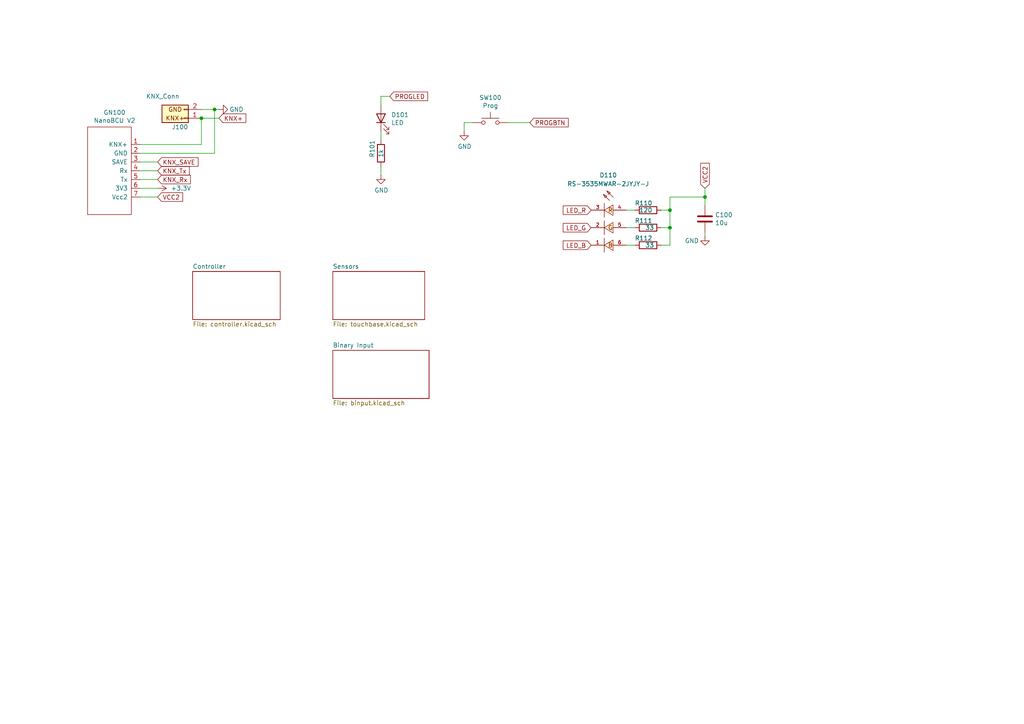
<source format=kicad_sch>
(kicad_sch (version 20231120) (generator "eeschema") (generator_version "8.0")
  (paper "A4")
  (title_block (title "UP1-PM-HF") (date "2025-02-05") (rev "V00.10") (company "OpenKNX") (comment 1 "by Ing-Dom <dom@ing-dom.de>") (comment 2 "OpenKNX Open Hardware under CC BY-NC-SA 4.0") (comment 3 "UP1-Präsenzmelder+") (comment 4 "http://device.OpenKNX.de/UP1-PM-HF"))
  (lib_symbols
    (symbol "Device:C" (pin_numbers hide) (pin_names (offset 0.254))
      (property "Reference" "C" (at 0.635 2.54 0))
      (property "Value" "C" (at 0.635 -2.54 0))
      (symbol "C_0_1"
        (polyline (pts (xy -2.032 -0.762) (xy 2.032 -0.762)) (stroke (width 0.508)))
        (polyline (pts (xy -2.032 0.762) (xy 2.032 0.762)) (stroke (width 0.508)))
      )
      (symbol "C_1_1"
        (pin passive line (at 0 3.81 270) (length 2.794) (name "~") (number "1"))
        (pin passive line (at 0 -3.81 90) (length 2.794) (name "~") (number "2"))
      )
    )
    (symbol "Device:LED" (pin_numbers hide) (pin_names (offset 1.016) hide)
      (property "Reference" "D" (at 0 2.54 0))
      (property "Value" "LED" (at 0 -2.54 0))
      (symbol "LED_0_1"
        (polyline (pts (xy -1.27 -1.27) (xy -1.27 1.27)) (stroke (width 0.254)))
        (polyline (pts (xy -1.27 0) (xy 1.27 0)))
        (polyline (pts (xy 1.27 -1.27) (xy 1.27 1.27) (xy -1.27 0) (xy 1.27 -1.27)) (stroke (width 0.254)))
        (polyline (pts (xy -3.048 -0.762) (xy -4.572 -2.286) (xy -3.81 -2.286) (xy -4.572 -2.286) (xy -4.572 -1.524)))
        (polyline (pts (xy -1.778 -0.762) (xy -3.302 -2.286) (xy -2.54 -2.286) (xy -3.302 -2.286) (xy -3.302 -1.524)))
      )
      (symbol "LED_1_1"
        (pin passive line (at -3.81 0 0) (length 2.54) (name "K") (number "1"))
        (pin passive line (at 3.81 0 180) (length 2.54) (name "A") (number "2"))
      )
    )
    (symbol "Device:R" (pin_numbers hide) (pin_names (offset 0))
      (property "Reference" "R" (at 2.032 0 90))
      (property "Value" "R" (at 0 0 90))
      (symbol "R_0_1"
        (rectangle (start -1.016 -2.54) (end 1.016 2.54) (stroke (width 0.254)))
      )
      (symbol "R_1_1"
        (pin passive line (at 0 3.81 270) (length 1.27) (name "~") (number "1"))
        (pin passive line (at 0 -3.81 90) (length 1.27) (name "~") (number "2"))
      )
    )
    (symbol "EasyEDALib:RS-3535MWAR-2JYJY-J" (pin_names hide)
      (property "Reference" "U" (at 2.794 8.89 0))
      (property "Value" "RS-3535MWAR-2JYJY-J" (at 1.778 -9.398 0))
      (symbol "RS-3535MWAR-2JYJY-J_0_1"
        (polyline (pts (xy -1.27 8.89) (xy 0.508 10.668)))
        (polyline (pts (xy -0.254 7.874) (xy 1.524 9.652)))
        (polyline (pts (xy 1.27 -3.048) (xy 1.27 -7.112)))
        (polyline (pts (xy 1.27 2.032) (xy 1.27 -2.032)))
        (polyline (pts (xy 1.27 7.112) (xy 1.27 3.048)))
        (polyline (pts (xy -1.27 -6.604) (xy 1.27 -5.08) (xy -1.27 -3.556) (xy -1.27 -6.604)) (fill (type background)))
        (polyline (pts (xy -1.27 -1.524) (xy 1.27 0) (xy -1.27 1.524) (xy -1.27 -1.524)) (fill (type background)))
        (polyline (pts (xy -1.27 3.556) (xy 1.27 5.08) (xy -1.27 6.604) (xy -1.27 3.556)) (fill (type background)))
        (polyline (pts (xy 0.508 10.668) (xy -0.508 10.16) (xy 0 9.652) (xy 0.508 10.668)) (fill (type background)))
        (polyline (pts (xy 1.524 9.652) (xy 0.508 9.144) (xy 1.016 8.636) (xy 1.524 9.652)) (fill (type background)))
        (pin unspecified line (at 5.08 -5.08 180) (length 3.81) (name "K") (number "1"))
        (pin unspecified line (at 5.08 0 180) (length 3.81) (name "K") (number "2"))
        (pin unspecified line (at 5.08 5.08 180) (length 3.81) (name "K") (number "3"))
        (pin unspecified line (at -5.08 5.08 0) (length 3.81) (name "A") (number "4"))
        (pin unspecified line (at -5.08 0 0) (length 3.81) (name "A") (number "5"))
        (pin unspecified line (at -5.08 -5.08 0) (length 3.81) (name "A") (number "6"))
      )
      (symbol "RS-3535MWAR-2JYJY-J_1_1"
        (text "B" (at -0.508 -5.08 0) (effects (font (size 1.27 1.27))))
        (text "G" (at -0.508 0 0) (effects (font (size 1.27 1.27))))
        (text "R" (at -0.508 5.08 0) (effects (font (size 1.27 1.27))))
      )
    )
    (symbol "OpenKNX:Conn_KNX" (pin_names (offset 1.016) hide)
      (property "Reference" "J" (at 0 2.54 0))
      (property "Value" "Conn_KNX" (at 0 -5.08 0))
      (symbol "Conn_KNX_0_0"
        (text "GND" (at 2.54 -2.54 0) (effects (font (size 1.27 1.27))))
        (text "KNX+" (at 2.54 0 0) (effects (font (size 1.27 1.27))))
      )
      (symbol "Conn_KNX_1_1"
        (rectangle (start -1.27 -2.413) (end 0 -2.667) (stroke (width 0.1524)))
        (rectangle (start -1.27 0.127) (end 0 -0.127) (stroke (width 0.1524)))
        (rectangle (start -1.27 1.27) (end 6.35 -3.81) (stroke (width 0.254)) (fill (type background)))
        (pin passive line (at -5.08 0 0) (length 3.81) (name "Pin_1") (number "1"))
        (pin passive line (at -5.08 -2.54 0) (length 3.81) (name "Pin_2") (number "2"))
      )
    )
    (symbol "OpenKNX:OpenKNX_BCU" (pin_names (offset 1.016))
      (property "Reference" "GN" (at -5.08 13.97 0))
      (property "Value" "OpenKNX_BCU" (at -3.175 0 90))
      (symbol "OpenKNX_BCU_0_1"
        (rectangle (start 6.35 12.7) (end -6.35 -12.7))
      )
      (symbol "OpenKNX_BCU_1_1"
        (pin bidirectional line (at 8.89 7.62 180) (length 2.54) (name "KNX+") (number "1"))
        (pin bidirectional line (at 8.89 5.08 180) (length 2.54) (name "GND") (number "2"))
        (pin output line (at 8.89 2.54 180) (length 2.54) (name "SAVE") (number "3"))
        (pin input line (at 8.89 0 180) (length 2.54) (name "Rx") (number "4"))
        (pin output line (at 8.89 -2.54 180) (length 2.54) (name "Tx") (number "5"))
        (pin power_out line (at 8.89 -5.08 180) (length 2.54) (name "3V3") (number "6"))
        (pin power_out line (at 8.89 -7.62 180) (length 2.54) (name "Vcc2") (number "7"))
      )
    )
    (symbol "Switch:SW_Push" (pin_numbers hide) (pin_names (offset 1.016) hide)
      (property "Reference" "SW" (at 1.27 2.54 0))
      (property "Value" "SW_Push" (at 0 -1.524 0))
      (symbol "SW_Push_0_1"
        (circle (center -2.032 0) (radius 0.508))
        (polyline (pts (xy 0 1.27) (xy 0 3.048)))
        (polyline (pts (xy 2.54 1.27) (xy -2.54 1.27)))
        (circle (center 2.032 0) (radius 0.508))
        (pin passive line (at -5.08 0 0) (length 2.54) (name "1") (number "1"))
        (pin passive line (at 5.08 0 180) (length 2.54) (name "2") (number "2"))
      )
    )
    (symbol "power:+3.3V" (power) (pin_numbers hide) (pin_names (offset 0) hide)
      (property "Value" "+3.3V" (at 0 3.556 0))
      (symbol "+3.3V_0_1"
        (polyline (pts (xy -0.762 1.27) (xy 0 2.54)))
        (polyline (pts (xy 0 0) (xy 0 2.54)))
        (polyline (pts (xy 0 2.54) (xy 0.762 1.27)))
      )
      (symbol "+3.3V_1_1"
        (pin power_in line (at 0 0 90) (length 0) (name "~") (number "1"))
      )
    )
    (symbol "power:GND" (power) (pin_numbers hide) (pin_names (offset 0) hide)
      (property "Value" "GND" (at 0 -3.81 0))
      (symbol "GND_0_1"
        (polyline (pts (xy 0 0) (xy 0 -1.27) (xy 1.27 -1.27) (xy 0 -2.54) (xy -1.27 -1.27) (xy 0 -1.27)))
      )
      (symbol "GND_1_1"
        (pin power_in line (at 0 0 270) (length 0) (name "~") (number "1"))
      )
    )
  )
  (junction (at 204.47 57.15))
  (junction (at 194.31 60.96))
  (junction (at 58.42 34.29))
  (junction (at 194.31 66.04))
  (junction (at 62.23 31.75))
  (wire (pts (xy 58.42 34.29) (xy 58.42 41.91)))
  (wire (pts (xy 181.61 60.96) (xy 184.15 60.96)))
  (wire (pts (xy 113.03 27.94) (xy 110.49 27.94)))
  (wire (pts (xy 110.49 27.94) (xy 110.49 30.48)))
  (wire (pts (xy 58.42 34.29) (xy 63.5 34.29)))
  (wire (pts (xy 191.77 71.12) (xy 194.31 71.12)))
  (wire (pts (xy 194.31 57.15) (xy 204.47 57.15)))
  (wire (pts (xy 40.64 52.07) (xy 45.72 52.07)))
  (wire (pts (xy 110.49 38.1) (xy 110.49 40.64)))
  (wire (pts (xy 191.77 60.96) (xy 194.31 60.96)))
  (wire (pts (xy 194.31 66.04) (xy 194.31 71.12)))
  (wire (pts (xy 191.77 66.04) (xy 194.31 66.04)))
  (wire (pts (xy 204.47 67.31) (xy 204.47 68.58)))
  (wire (pts (xy 181.61 66.04) (xy 184.15 66.04)))
  (wire (pts (xy 134.62 35.56) (xy 134.62 38.1)))
  (wire (pts (xy 181.61 71.12) (xy 184.15 71.12)))
  (wire (pts (xy 194.31 57.15) (xy 194.31 60.96)))
  (wire (pts (xy 45.72 49.53) (xy 40.64 49.53)))
  (wire (pts (xy 62.23 31.75) (xy 63.5 31.75)))
  (wire (pts (xy 153.67 35.56) (xy 147.32 35.56)))
  (wire (pts (xy 194.31 60.96) (xy 194.31 66.04)))
  (wire (pts (xy 58.42 31.75) (xy 62.23 31.75)))
  (wire (pts (xy 204.47 57.15) (xy 204.47 59.69)))
  (wire (pts (xy 58.42 41.91) (xy 40.64 41.91)))
  (wire (pts (xy 40.64 46.99) (xy 45.72 46.99)))
  (wire (pts (xy 62.23 44.45) (xy 62.23 31.75)))
  (wire (pts (xy 204.47 54.61) (xy 204.47 57.15)))
  (wire (pts (xy 40.64 44.45) (xy 62.23 44.45)))
  (wire (pts (xy 45.72 54.61) (xy 40.64 54.61)))
  (wire (pts (xy 137.16 35.56) (xy 134.62 35.56)))
  (wire (pts (xy 40.64 57.15) (xy 45.72 57.15)))
  (wire (pts (xy 110.49 48.26) (xy 110.49 50.8)))
  (global_label "PROGLED" (shape input) (at 113.03 27.94 0) (property "Intersheetrefs" "${INTERSHEET_REFS}" (effects (hide yes))))
  (global_label "PROGBTN" (shape input) (at 153.67 35.56 0) (property "Intersheetrefs" "${INTERSHEET_REFS}" (effects (hide yes))))
  (global_label "KNX_Tx" (shape input) (at 45.72 49.53 0) (property "Intersheetrefs" "${INTERSHEET_REFS}" (effects (hide yes))))
  (global_label "KNX_Rx" (shape input) (at 45.72 52.07 0) (property "Intersheetrefs" "${INTERSHEET_REFS}" (effects (hide yes))))
  (global_label "VCC2" (shape input) (at 204.47 54.61 90) (property "Intersheetrefs" "${INTERSHEET_REFS}" (effects (hide yes))))
  (global_label "LED_B" (shape input) (at 171.45 71.12 180) (property "Intersheetrefs" "${INTERSHEET_REFS}" (effects (hide yes))))
  (global_label "LED_G" (shape input) (at 171.45 66.04 180) (property "Intersheetrefs" "${INTERSHEET_REFS}" (effects (hide yes))))
  (global_label "KNX+" (shape input) (at 63.5 34.29 0) (property "Intersheetrefs" "${INTERSHEET_REFS}" (effects (hide yes))))
  (global_label "LED_R" (shape input) (at 171.45 60.96 180) (property "Intersheetrefs" "${INTERSHEET_REFS}" (effects (hide yes))))
  (global_label "VCC2" (shape input) (at 45.72 57.15 0) (property "Intersheetrefs" "${INTERSHEET_REFS}" (effects (hide yes))))
  (global_label "KNX_SAVE" (shape input) (at 45.72 46.99 0) (property "Intersheetrefs" "${INTERSHEET_REFS}" (effects (hide yes))))
  (symbol (lib_id "power:GND") (at 63.5 31.75 90) (unit 1)
    (property "Reference" "#PWR0103" (effects (hide yes)))
    (property "Value" "GND" (at 68.58 31.75 90))
    (property "Description" "Power symbol creates a global label with name \"GND\" , ground" (effects (hide yes)))
  )
  (symbol (lib_id "OpenKNX:Conn_KNX") (at 53.34 34.29 180) (unit 1)
    (property "Reference" "J100" (at 54.61 36.83 0) (effects (justify left)))
    (property "Value" "KNX_Conn" (at 52.07 27.94 0) (effects (justify left)))
    (property "Footprint" "OpenKNX:KNX_Connector" (effects (hide yes)))
  )
  (symbol (lib_id "OpenKNX:OpenKNX_BCU") (at 31.75 49.53 0) (unit 1)
    (property "Reference" "GN100" (at 33.2232 32.639 0))
    (property "Value" "NanoBCU V2" (at 33.2232 34.9504 0))
    (property "Footprint" "OpenKNX:NanoBCU_PinHeader_SMD_low_profile" (effects (hide yes)))
  )
  (symbol (lib_id "Device:LED") (at 110.49 34.29 90) (unit 1)
    (property "Reference" "D101" (at 113.4618 33.2994 90) (effects (justify right)))
    (property "Value" "LED" (at 113.4618 35.6108 90) (effects (justify right)))
    (property "Footprint" "LED_SMD:LED_0603_1608Metric" (effects (hide yes)))
  )
  (symbol (lib_id "Device:R") (at 110.49 44.45 0) (unit 1)
    (property "Reference" "R101" (at 107.95 45.72 90) (effects (justify left)))
    (property "Value" "1k" (at 110.49 45.72 90) (effects (justify left)))
    (property "Footprint" "Resistor_SMD:R_0402_1005Metric" (effects (hide yes)))
  )
  (symbol (lib_id "power:GND") (at 110.49 50.8 0) (unit 1)
    (property "Reference" "#PWR0104" (effects (hide yes)))
    (property "Value" "GND" (at 110.617 55.1942 0))
    (property "Description" "Power symbol creates a global label with name \"GND\" , ground" (effects (hide yes)))
  )
  (symbol (lib_id "power:GND") (at 134.62 38.1 0) (unit 1)
    (property "Reference" "#PWR0105" (effects (hide yes)))
    (property "Value" "GND" (at 134.747 42.4942 0))
    (property "Description" "Power symbol creates a global label with name \"GND\" , ground" (effects (hide yes)))
  )
  (symbol (lib_id "Switch:SW_Push") (at 142.24 35.56 0) (unit 1)
    (property "Reference" "SW100" (at 142.24 28.321 0))
    (property "Value" "Prog" (at 142.24 30.6324 0))
    (property "Footprint" "EasyEDAModLib:C455282_SW-SMD_4P-L4.2-W3.3-P2.15-LS5.1" (effects (hide yes)))
  )
  (symbol (lib_id "Device:R") (at 187.96 66.04 90) (unit 1)
    (property "Reference" "R111" (at 189.23 64.008 90) (effects (justify left)))
    (property "Value" "33" (at 189.738 66.04 90) (effects (justify left)))
    (property "Footprint" "Resistor_SMD:R_0402_1005Metric" (effects (hide yes)))
  )
  (symbol (lib_id "power:GND") (at 204.47 68.58 0) (unit 1)
    (property "Reference" "#PWR066" (effects (hide yes)))
    (property "Value" "GND" (at 200.66 69.85 0))
    (property "Description" "Power symbol creates a global label with name \"GND\" , ground" (effects (hide yes)))
  )
  (symbol (lib_id "power:+3.3V") (at 45.72 54.61 270) (unit 1)
    (property "Reference" "#PWR01" (effects (hide yes)))
    (property "Value" "+3.3V" (at 49.53 54.61 90) (effects (justify left)))
    (property "Description" "Power symbol creates a global label with name \"+3.3V\"" (effects (hide yes)))
  )
  (symbol (lib_id "Device:R") (at 187.96 60.96 90) (unit 1)
    (property "Reference" "R110" (at 189.23 58.928 90) (effects (justify left)))
    (property "Value" "120" (at 189.23 60.96 90) (effects (justify left)))
    (property "Footprint" "Resistor_SMD:R_0402_1005Metric" (effects (hide yes)))
  )
  (symbol (lib_id "Device:R") (at 187.96 71.12 90) (unit 1)
    (property "Reference" "R112" (at 189.23 69.088 90) (effects (justify left)))
    (property "Value" "33" (at 189.738 71.12 90) (effects (justify left)))
    (property "Footprint" "Resistor_SMD:R_0402_1005Metric" (effects (hide yes)))
  )
  (symbol (lib_id "EasyEDALib:RS-3535MWAR-2JYJY-J") (at 176.53 66.04 0) (mirror y) (unit 1)
    (property "Reference" "D110" (at 176.403 50.8 0))
    (property "Value" "RS-3535MWAR-2JYJY-J" (at 176.403 53.34 0))
    (property "Footprint" "EasyEDALib:LED-SMD_RS-3535MWAR-2JYJY-J" (effects (hide yes)))
    (property "Datasheet" "https://item.szlcsc.com/112128.html" (effects (hide yes)))
  )
  (symbol (lib_id "Device:C") (at 204.47 63.5 0) (unit 1)
    (property "Reference" "C100" (at 207.391 62.3316 0) (effects (justify left)))
    (property "Value" "10u" (at 207.391 64.643 0) (effects (justify left)))
    (property "Footprint" "Capacitor_SMD:C_0805_2012Metric" (effects (hide yes)))
  )
  (sheet (at 55.88 78.74) (size 25.4 13.97)
    (property "Sheetname" "Controller" (at 55.88 78.0284 0) (effects (justify left bottom)))
    (property "Sheetfile" "controller.kicad_sch" (at 55.88 93.2946 0) (effects (justify left top)))
  )
  (sheet (at 96.52 101.6) (size 27.94 13.97)
    (property "Sheetname" "Binary Input" (at 96.52 100.8884 0) (effects (justify left bottom)))
    (property "Sheetfile" "binput.kicad_sch" (at 96.52 116.1546 0) (effects (justify left top)))
  )
  (sheet (at 96.52 78.74) (size 26.67 13.97)
    (property "Sheetname" "Sensors" (at 96.52 78.0284 0) (effects (justify left bottom)))
    (property "Sheetfile" "touchbase.kicad_sch" (at 96.52 93.2946 0) (effects (justify left top)))
  )
)
</source>
